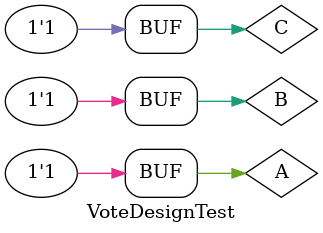
<source format=sv>
`timescale 1ns / 1ps


module VoteDesignTest(

    );
    
    logic A,B,C;
    logic [3:0] out;
    
    VoteDesign myLogic(A,B,C,out);
    
    initial begin
    A = 0; B = 0; C = 0; #15;
    if((out[3] !== 0) | (out[2] !== 0) | (out[1] !== 0) | (out[0] !== 0)) $display("test at 000 has wrong results.");
    
    A = 0; B = 0; C = 1; #15;
    if((out[3] !== 0) | (out[2] !== 0) | (out[1] !== 1) | (out[0] !== 0)) $display("test at 001 has wrong results.");
        
    A = 0; B = 1; C = 0; #15;
    if((out[3] !== 0) | (out[2] !== 0) | (out[1] !== 1) | (out[0] !== 1)) $display("test at 010 has wrong results.");
    
    A = 0; B = 1; C = 1; #15;
    if((out[3] !== 0) | (out[2] !== 1) | (out[1] !== 0) | (out[0] !== 1)) $display("test at 011 has wrong results.");
    
    A = 1; B = 0; C = 0; #15;
    if((out[3] !== 0) | (out[2] !== 1) | (out[1] !== 0) | (out[0] !== 0)) $display("test at 100 has wrong results.");
            
    A = 1; B = 0; C = 1; #15;
    if((out[3] !== 0) | (out[2] !== 1) | (out[1] !== 1) | (out[0] !== 0)) $display("test at 101 has wrong results.");
    
    A = 1; B = 1; C = 0; #15;
    if((out[3] !== 0) | (out[2] !== 1) | (out[1] !== 1) | (out[0] !== 1)) $display("test at 110 has wrong results.");
          
    A = 1; B = 1; C = 1; #15;
    if((out[3] !== 1) | (out[2] !== 0) | (out[1] !== 0) | (out[0] !== 1)) $display("test at 111 has wrong results.");
    end
        
endmodule

</source>
